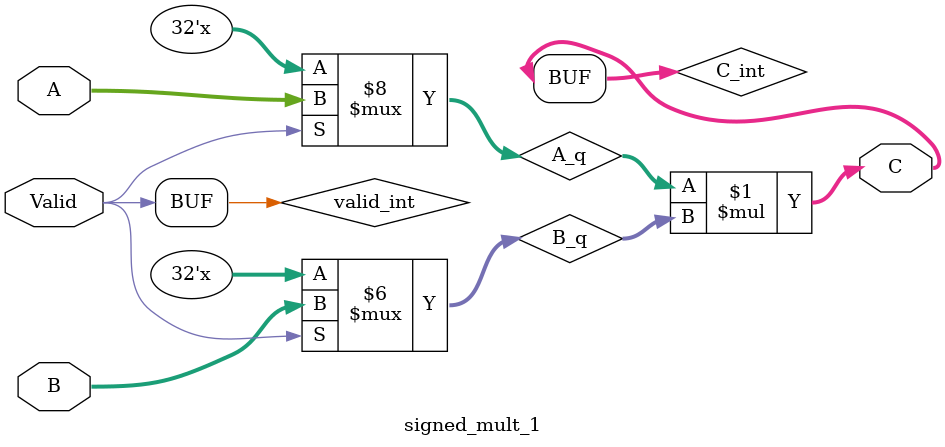
<source format=v>
module signed_mult_1 (
    A,
    B,
    Valid,
    C
);
  parameter WIDTH = 32;
  parameter CWIDTH = 2 * WIDTH;
  input [WIDTH-1:0] A, B;
  input Valid;
  output [CWIDTH-1:0] C;
  reg signed [WIDTH-1:0] A_q, B_q;
  wire signed [CWIDTH-1:0] C_int;
  assign C_int = A_q * B_q;
  assign valid_int = Valid;
  assign C = C_int;
  always @(*) if (valid_int == 1'b1) A_q <= A;
  always @(*) if (valid_int == 1'b1) B_q <= B;
endmodule
</source>
